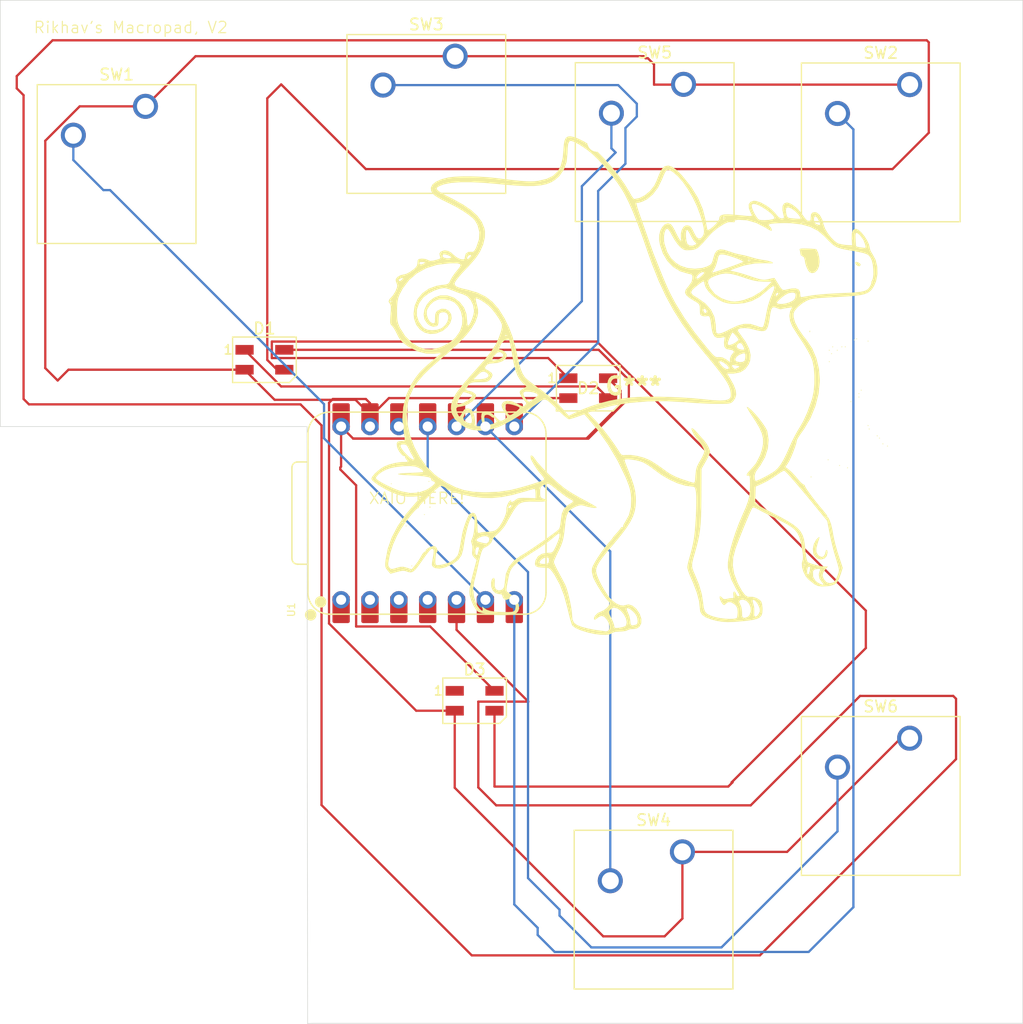
<source format=kicad_pcb>
(kicad_pcb (version 20240108) (generator "pcbnew") (generator_version "8.0")
  (layers (0 "F.Cu" signal) (31 "B.Cu" signal) (34 "B.Paste" user) (35 "F.Paste" user) (36 "B.SilkS" user "B.Silkscreen") (37 "F.SilkS" user "F.Silkscreen") (38 "B.Mask" user) (39 "F.Mask" user) (44 "Edge.Cuts" user))
  (net 0 "")
  (net 1 "Net-(D1-DOUT)")
  (net 2 "GND")
  (net 3 "+5V")
  (net 4 "Net-(D1-DIN)")
  (net 5 "Net-(D2-DOUT)")
  (net 7 "Net-(U1-GPIO7{slash}SCL)")
  (net 8 "Net-(U1-GPIO0{slash}TX)")
  (net 9 "Net-(U1-GPIO1{slash}RX)")
  (net 10 "Net-(U1-GPIO2{slash}SCK)")
  (net 11 "Net-(U1-GPIO4{slash}MISO)")
  (net 12 "Net-(U1-GPIO3{slash}MOSI)")
  (footprint "LED_SMD:LED_SK6812MINI_PLCC4_3.5x3.5mm_P1.75mm" (layer "F.Cu") (at 180.75 99.125)
    (property "Reference" "D1" (at 0 -2.75 0) (layer "F.SilkS"))
    (property "Value" "SK6812MINI")
    (fp_text user "1" (at -3.2 -0.875 0) (layer "F.SilkS") (effects (font (size 0.8 0.8))))
    (pad "1" smd rect (at -1.75 -0.875) (size 1.6 0.85) (layers "F.Cu" "F.Paste" "F.Mask") (net 1 "Net-(D1-DOUT)"))
    (pad "2" smd rect (at -1.75 0.875) (size 1.6 0.85) (layers "F.Cu" "F.Paste" "F.Mask") (net 2 "GND"))
    (pad "3" smd rect (at 1.75 0.875) (size 1.6 0.85) (layers "F.Cu" "F.Paste" "F.Mask") (net 4 "Net-(D1-DIN)"))
    (pad "4" smd rect (at 1.75 -0.875) (size 1.6 0.85) (layers "F.Cu" "F.Paste" "F.Mask") (net 3 "+5V"))
  )
  (footprint "Button_Switch_Keyboard:SW_Cherry_MX_1.00u_PCB" (layer "F.Cu") (at 237.54 74.92)
    (property "Reference" "SW2" (at -2.54 -2.794 0) (layer "F.SilkS"))
    (property "Value" "SW_Push")
    (pad "" np_thru_hole circle (at -7.62 5.08) (size 1.7 1.7) (drill 1.7) (layers "*.Cu" "*.Mask"))
    (pad "" np_thru_hole circle (at -2.54 5.08) (size 4 4) (drill 4) (layers "*.Cu" "*.Mask"))
    (pad "" np_thru_hole circle (at 2.54 5.08) (size 1.7 1.7) (drill 1.7) (layers "*.Cu" "*.Mask"))
    (pad "1" thru_hole circle (at 0 0) (size 2.2 2.2) (drill 1.5) (layers "*.Cu" "*.Mask") (net 2 "GND"))
    (pad "2" thru_hole circle (at -6.35 2.54) (size 2.2 2.2) (drill 1.5) (layers "*.Cu" "*.Mask") (net 8 "Net-(U1-GPIO0{slash}TX)"))
  )
  (footprint "LED_SMD:LED_SK6812MINI_PLCC4_3.5x3.5mm_P1.75mm" (layer "F.Cu") (at 209.25 101.625)
    (property "Reference" "D2" (at 0 0 0) (layer "F.SilkS"))
    (property "Value" "SK6812MINI")
    (fp_text user "1" (at -3.2 -0.875 0) (layer "F.SilkS") (effects (font (size 0.8 0.8))))
    (pad "1" smd rect (at -1.75 -0.875) (size 1.6 0.85) (layers "F.Cu" "F.Paste" "F.Mask") (net 5 "Net-(D2-DOUT)"))
    (pad "2" smd rect (at -1.75 0.875) (size 1.6 0.85) (layers "F.Cu" "F.Paste" "F.Mask") (net 2 "GND"))
    (pad "3" smd rect (at 1.75 0.875) (size 1.6 0.85) (layers "F.Cu" "F.Paste" "F.Mask") (net 1 "Net-(D1-DOUT)"))
    (pad "4" smd rect (at 1.75 -0.875) (size 1.6 0.85) (layers "F.Cu" "F.Paste" "F.Mask") (net 3 "+5V"))
  )
  (footprint "Button_Switch_Keyboard:SW_Cherry_MX_1.00u_PCB" (layer "F.Cu") (at 170.28 76.83)
    (property "Reference" "SW1" (at -2.54 -2.794 0) (layer "F.SilkS"))
    (property "Value" "SW_Push")
    (pad "" np_thru_hole circle (at -7.62 5.08) (size 1.7 1.7) (drill 1.7) (layers "*.Cu" "*.Mask"))
    (pad "" np_thru_hole circle (at -2.54 5.08) (size 4 4) (drill 4) (layers "*.Cu" "*.Mask"))
    (pad "" np_thru_hole circle (at 2.54 5.08) (size 1.7 1.7) (drill 1.7) (layers "*.Cu" "*.Mask"))
    (pad "1" thru_hole circle (at 0 0) (size 2.2 2.2) (drill 1.5) (layers "*.Cu" "*.Mask") (net 2 "GND"))
    (pad "2" thru_hole circle (at -6.35 2.54) (size 2.2 2.2) (drill 1.5) (layers "*.Cu" "*.Mask") (net 7 "Net-(U1-GPIO7{slash}SCL)"))
  )
  (footprint "Button_Switch_Keyboard:SW_Cherry_MX_1.00u_PCB" (layer "F.Cu") (at 197.54 72.42)
    (property "Reference" "SW3" (at -2.54 -2.794 0) (layer "F.SilkS"))
    (property "Value" "SW_Push")
    (pad "" np_thru_hole circle (at -7.62 5.08) (size 1.7 1.7) (drill 1.7) (layers "*.Cu" "*.Mask"))
    (pad "" np_thru_hole circle (at -2.54 5.08) (size 4 4) (drill 4) (layers "*.Cu" "*.Mask"))
    (pad "" np_thru_hole circle (at 2.54 5.08) (size 1.7 1.7) (drill 1.7) (layers "*.Cu" "*.Mask"))
    (pad "1" thru_hole circle (at 0 0) (size 2.2 2.2) (drill 1.5) (layers "*.Cu" "*.Mask") (net 2 "GND"))
    (pad "2" thru_hole circle (at -6.35 2.54) (size 2.2 2.2) (drill 1.5) (layers "*.Cu" "*.Mask") (net 9 "Net-(U1-GPIO1{slash}RX)"))
  )
  (footprint "LED_SMD:LED_SK6812MINI_PLCC4_3.5x3.5mm_P1.75mm" (layer "F.Cu") (at 199.25 129.125)
    (property "Reference" "D3" (at 0 -2.75 0) (layer "F.SilkS"))
    (property "Value" "SK6812MINI")
    (fp_text user "1" (at -3.2 -0.875 0) (layer "F.SilkS") (effects (font (size 0.8 0.8))))
    (pad "1" smd rect (at -1.75 -0.875) (size 1.6 0.85) (layers "F.Cu" "F.Paste" "F.Mask"))
    (pad "2" smd rect (at -1.75 0.875) (size 1.6 0.85) (layers "F.Cu" "F.Paste" "F.Mask") (net 2 "GND"))
    (pad "3" smd rect (at 1.75 0.875) (size 1.6 0.85) (layers "F.Cu" "F.Paste" "F.Mask") (net 5 "Net-(D2-DOUT)"))
    (pad "4" smd rect (at 1.75 -0.875) (size 1.6 0.85) (layers "F.Cu" "F.Paste" "F.Mask") (net 3 "+5V"))
  )
  (footprint "LOGO" (layer "F.Cu") (at 213.25 101.45)
    (property "Reference" "G***" (at 0 0 0) (layer "F.SilkS") (effects (font (size 1.5 1.5) (thickness 0.3))))
    (property "Value" "LOGO" (hide yes))
  )
  (footprint "Button_Switch_Keyboard:SW_Cherry_MX_1.00u_PCB" (layer "F.Cu") (at 237.54 132.42)
    (property "Reference" "SW6" (at -2.54 -2.794 0) (layer "F.SilkS"))
    (property "Value" "SW_Push")
    (pad "" np_thru_hole circle (at -7.62 5.08) (size 1.7 1.7) (drill 1.7) (layers "*.Cu" "*.Mask"))
    (pad "" np_thru_hole circle (at -2.54 5.08) (size 4 4) (drill 4) (layers "*.Cu" "*.Mask"))
    (pad "" np_thru_hole circle (at 2.54 5.08) (size 1.7 1.7) (drill 1.7) (layers "*.Cu" "*.Mask"))
    (pad "1" thru_hole circle (at 0 0) (size 2.2 2.2) (drill 1.5) (layers "*.Cu" "*.Mask") (net 2 "GND"))
    (pad "2" thru_hole circle (at -6.35 2.54) (size 2.2 2.2) (drill 1.5) (layers "*.Cu" "*.Mask") (net 12 "Net-(U1-GPIO3{slash}MOSI)"))
  )
  (footprint "Button_Switch_Keyboard:SW_Cherry_MX_1.00u_PCB" (layer "F.Cu") (at 217.64 74.895)
    (property "Reference" "SW5" (at -2.54 -2.794 0) (layer "F.SilkS"))
    (property "Value" "SW_Push")
    (pad "" np_thru_hole circle (at -7.62 5.08) (size 1.7 1.7) (drill 1.7) (layers "*.Cu" "*.Mask"))
    (pad "" np_thru_hole circle (at -2.54 5.08) (size 4 4) (drill 4) (layers "*.Cu" "*.Mask"))
    (pad "" np_thru_hole circle (at 2.54 5.08) (size 1.7 1.7) (drill 1.7) (layers "*.Cu" "*.Mask"))
    (pad "1" thru_hole circle (at 0 0) (size 2.2 2.2) (drill 1.5) (layers "*.Cu" "*.Mask") (net 2 "GND"))
    (pad "2" thru_hole circle (at -6.35 2.54) (size 2.2 2.2) (drill 1.5) (layers "*.Cu" "*.Mask") (net 11 "Net-(U1-GPIO4{slash}MISO)"))
  )
  (footprint "OPL:XIAO-RP2040-DIP" (layer "F.Cu") (at 195.12 112.62 90)
    (property "Reference" "U1" (at -8.5 -12 90) (layer "F.SilkS") (effects (font (size 0.635 0.635) (thickness 0.1016))))
    (property "Value" "XIAO-RP2040-DIP")
    (pad "1" smd roundrect (at -8.455 -7.62 270) (size 2.432 1.524) (layers "F.Cu" "F.Mask") (roundrect_rratio 0.1))
    (pad "1" thru_hole circle (at -7.62 -7.62 270) (size 1.524 1.524) (drill 0.889) (layers "*.Cu" "*.Mask"))
    (pad "2" smd roundrect (at -8.455 -5.08 270) (size 2.432 1.524) (layers "F.Cu" "F.Mask") (roundrect_rratio 0.1))
    (pad "2" thru_hole circle (at -7.62 -5.08 270) (size 1.524 1.524) (drill 0.889) (layers "*.Cu" "*.Mask"))
    (pad "3" smd roundrect (at -8.455 -2.54 270) (size 2.432 1.524) (layers "F.Cu" "F.Mask") (roundrect_rratio 0.1))
    (pad "3" thru_hole circle (at -7.62 -2.54 270) (size 1.524 1.524) (drill 0.889) (layers "*.Cu" "*.Mask"))
    (pad "4" smd roundrect (at -8.455 0 270) (size 2.432 1.524) (layers "F.Cu" "F.Mask") (roundrect_rratio 0.1))
    (pad "4" thru_hole circle (at -7.62 0 270) (size 1.524 1.524) (drill 0.889) (layers "*.Cu" "*.Mask"))
    (pad "5" smd roundrect (at -8.455 2.54 270) (size 2.432 1.524) (layers "F.Cu" "F.Mask") (roundrect_rratio 0.1) (net 4 "Net-(D1-DIN)"))
    (pad "5" thru_hole circle (at -7.62 2.54 270) (size 1.524 1.524) (drill 0.889) (layers "*.Cu" "*.Mask") (net 4 "Net-(D1-DIN)"))
    (pad "6" smd roundrect (at -8.455 5.08 270) (size 2.432 1.524) (layers "F.Cu" "F.Mask") (roundrect_rratio 0.1) (net 7 "Net-(U1-GPIO7{slash}SCL)"))
    (pad "6" thru_hole circle (at -7.62 5.08 270) (size 1.524 1.524) (drill 0.889) (layers "*.Cu" "*.Mask") (net 7 "Net-(U1-GPIO7{slash}SCL)"))
    (pad "7" smd roundrect (at -8.455 7.62 270) (size 2.432 1.524) (layers "F.Cu" "F.Mask") (roundrect_rratio 0.1) (net 8 "Net-(U1-GPIO0{slash}TX)"))
    (pad "7" thru_hole circle (at -7.62 7.62 270) (size 1.524 1.524) (drill 0.889) (layers "*.Cu" "*.Mask") (net 8 "Net-(U1-GPIO0{slash}TX)"))
    (pad "8" thru_hole circle (at 7.62 7.62 90) (size 1.524 1.524) (drill 0.889) (layers "*.Cu" "*.Mask") (net 9 "Net-(U1-GPIO1{slash}RX)"))
    (pad "8" smd roundrect (at 8.455 7.62 90) (size 2.432 1.524) (layers "F.Cu" "F.Mask") (roundrect_rratio 0.1) (net 9 "Net-(U1-GPIO1{slash}RX)"))
    (pad "9" thru_hole circle (at 7.62 5.08 90) (size 1.524 1.524) (drill 0.889) (layers "*.Cu" "*.Mask") (net 10 "Net-(U1-GPIO2{slash}SCK)"))
    (pad "9" smd roundrect (at 8.455 5.08 90) (size 2.432 1.524) (layers "F.Cu" "F.Mask") (roundrect_rratio 0.1) (net 10 "Net-(U1-GPIO2{slash}SCK)"))
    (pad "10" thru_hole circle (at 7.62 2.54 90) (size 1.524 1.524) (drill 0.889) (layers "*.Cu" "*.Mask") (net 11 "Net-(U1-GPIO4{slash}MISO)"))
    (pad "10" smd roundrect (at 8.455 2.54 90) (size 2.432 1.524) (layers "F.Cu" "F.Mask") (roundrect_rratio 0.1) (net 11 "Net-(U1-GPIO4{slash}MISO)"))
    (pad "11" thru_hole circle (at 7.62 0 90) (size 1.524 1.524) (drill 0.889) (layers "*.Cu" "*.Mask") (net 12 "Net-(U1-GPIO3{slash}MOSI)"))
    (pad "11" smd roundrect (at 8.455 0 90) (size 2.432 1.524) (layers "F.Cu" "F.Mask") (roundrect_rratio 0.1) (net 12 "Net-(U1-GPIO3{slash}MOSI)"))
    (pad "12" thru_hole circle (at 7.62 -2.54 90) (size 1.524 1.524) (drill 0.889) (layers "*.Cu" "*.Mask"))
    (pad "12" smd roundrect (at 8.455 -2.54 90) (size 2.432 1.524) (layers "F.Cu" "F.Mask") (roundrect_rratio 0.1))
    (pad "13" thru_hole circle (at 7.62 -5.08 90) (size 1.524 1.524) (drill 0.889) (layers "*.Cu" "*.Mask") (net 2 "GND"))
    (pad "13" smd roundrect (at 8.455 -5.08 90) (size 2.432 1.524) (layers "F.Cu" "F.Mask") (roundrect_rratio 0.1) (net 2 "GND"))
    (pad "14" thru_hole circle (at 7.62 -7.62 90) (size 1.524 1.524) (drill 0.889) (layers "*.Cu" "*.Mask") (net 3 "+5V"))
    (pad "14" smd roundrect (at 8.455 -7.62 90) (size 2.432 1.524) (layers "F.Cu" "F.Mask") (roundrect_rratio 0.1) (net 3 "+5V"))
  )
  (footprint "Button_Switch_Keyboard:SW_Cherry_MX_1.00u_PCB" (layer "F.Cu") (at 217.54 142.42)
    (property "Reference" "SW4" (at -2.54 -2.794 0) (layer "F.SilkS"))
    (property "Value" "SW_Push")
    (pad "" np_thru_hole circle (at -7.62 5.08) (size 1.7 1.7) (drill 1.7) (layers "*.Cu" "*.Mask"))
    (pad "" np_thru_hole circle (at -2.54 5.08) (size 4 4) (drill 4) (layers "*.Cu" "*.Mask"))
    (pad "" np_thru_hole circle (at 2.54 5.08) (size 1.7 1.7) (drill 1.7) (layers "*.Cu" "*.Mask"))
    (pad "1" thru_hole circle (at 0 0) (size 2.2 2.2) (drill 1.5) (layers "*.Cu" "*.Mask") (net 2 "GND"))
    (pad "2" thru_hole circle (at -6.35 2.54) (size 2.2 2.2) (drill 1.5) (layers "*.Cu" "*.Mask") (net 10 "Net-(U1-GPIO2{slash}SCK)"))
  )
  (gr_line (start 157.5 67.5) (end 247.5 67.5) (stroke (width 0.05)) (layer "Edge.Cuts"))
  (gr_line (start 182.5 105) (end 184.5 105) (stroke (width 0.05)) (layer "Edge.Cuts"))
  (gr_line (start 185 157.5) (end 247.5 157.5) (stroke (width 0.05)) (layer "Edge.Cuts"))
  (gr_line (start 157.5 105) (end 157.5 67.5) (stroke (width 0.05)) (layer "Edge.Cuts"))
  (gr_line (start 247.5 67.5) (end 247.5 157.5) (stroke (width 0.05)) (layer "Edge.Cuts"))
  (gr_line (start 184.5 105) (end 184.55 157.525) (stroke (width 0.05)) (layer "Edge.Cuts"))
  (gr_line (start 182.5 105) (end 157.5 105) (stroke (width 0.05)) (layer "Edge.Cuts"))
  (gr_line (start 184.55 157.525) (end 185 157.5) (stroke (width 0.05)) (layer "Edge.Cuts"))
  (gr_text "Rikhav's Macropad, V2\n" (at 160.375 70.475 0) (layer "F.SilkS") (effects (font (size 1 1) (thickness 0.1)) (justify left bottom)))
  (gr_text "XAIO HERE!" (at 189.875 111.9 0) (layer "F.SilkS") (effects (font (size 1 1) (thickness 0.1)) (justify left bottom)))
  (segment (start 209.975 101.475) (end 182.225 101.475) (width 0.2) (layer "F.Cu") (net 1))
  (segment (start 211 102.5) (end 209.975 101.475) (width 0.2) (layer "F.Cu") (net 1))
  (segment (start 179 98.25) (end 179.375 98.25) (width 0.2) (layer "F.Cu") (net 1))
  (segment (start 182.225 101.475) (end 179 98.25) (width 0.2) (layer "F.Cu") (net 1))
  (segment (start 197.5 136.777056) (end 197.5 130) (width 0.2) (layer "F.Cu") (net 2))
  (segment (start 181.649 102.649) (end 188.76663 102.649) (width 0.2) (layer "F.Cu") (net 2))
  (segment (start 215.04 73.14) (end 214.5 72.6) (width 0.2) (layer "F.Cu") (net 2))
  (segment (start 161.46 79.860101) (end 161.46 99.86) (width 0.2) (layer "F.Cu") (net 2))
  (segment (start 214.3 72.6) (end 214.12 72.42) (width 0.2) (layer "F.Cu") (net 2))
  (segment (start 197.54 72.42) (end 174.69 72.42) (width 0.2) (layer "F.Cu") (net 2))
  (segment (start 207.5 102.5) (end 191.705 102.5) (width 0.2) (layer "F.Cu") (net 2))
  (segment (start 188.76663 102.649) (end 190.04 103.92237) (width 0.2) (layer "F.Cu") (net 2))
  (segment (start 190.04 103.92237) (end 190.04 105) (width 0.2) (layer "F.Cu") (net 2))
  (segment (start 186.438 102.909786) (end 186.772786 102.575) (width 0.2) (layer "F.Cu") (net 2))
  (segment (start 217.54 148.283402) (end 215.973402 149.85) (width 0.2) (layer "F.Cu") (net 2))
  (segment (start 162.55 100.95) (end 163.5 100) (width 0.2) (layer "F.Cu") (net 2))
  (segment (start 214.12 72.42) (end 197.54 72.42) (width 0.2) (layer "F.Cu") (net 2))
  (segment (start 186.772786 102.575) (end 189.675 102.575) (width 0.2) (layer "F.Cu") (net 2))
  (segment (start 210.572944 149.85) (end 197.5 136.777056) (width 0.2) (layer "F.Cu") (net 2))
  (segment (start 226.756598 142.42) (end 217.54 142.42) (width 0.2) (layer "F.Cu") (net 2))
  (segment (start 186.438 122.330214) (end 186.438 102.909786) (width 0.2) (layer "F.Cu") (net 2))
  (segment (start 161.46 99.86) (end 162.55 100.95) (width 0.2) (layer "F.Cu") (net 2))
  (segment (start 236.756598 132.42) (end 226.756598 142.42) (width 0.2) (layer "F.Cu") (net 2))
  (segment (start 215.04 74.92) (end 215.04 73.14) (width 0.2) (layer "F.Cu") (net 2))
  (segment (start 197.5 130) (end 194.107786 130) (width 0.2) (layer "F.Cu") (net 2))
  (segment (start 214.5 72.6) (end 214.3 72.6) (width 0.2) (layer "F.Cu") (net 2))
  (segment (start 179 100) (end 181.649 102.649) (width 0.2) (layer "F.Cu") (net 2))
  (segment (start 190.04 102.94) (end 190.04 105) (width 0.2) (layer "F.Cu") (net 2))
  (segment (start 194.107786 130) (end 186.438 122.330214) (width 0.2) (layer "F.Cu") (net 2))
  (segment (start 174.69 72.42) (end 170.28 76.83) (width 0.2) (layer "F.Cu") (net 2))
  (segment (start 237.54 132.42) (end 236.756598 132.42) (width 0.2) (layer "F.Cu") (net 2))
  (segment (start 191.705 102.5) (end 190.04 104.165) (width 0.2) (layer "F.Cu") (net 2))
  (segment (start 217.54 142.42) (end 217.54 148.283402) (width 0.2) (layer "F.Cu") (net 2))
  (segment (start 164.490101 76.83) (end 161.46 79.860101) (width 0.2) (layer "F.Cu") (net 2))
  (segment (start 170.28 76.83) (end 164.490101 76.83) (width 0.2) (layer "F.Cu") (net 2))
  (segment (start 215.973402 149.85) (end 210.572944 149.85) (width 0.2) (layer "F.Cu") (net 2))
  (segment (start 237.54 74.92) (end 215.04 74.92) (width 0.2) (layer "F.Cu") (net 2))
  (segment (start 163.5 100) (end 179 100) (width 0.2) (layer "F.Cu") (net 2))
  (segment (start 189.675 102.575) (end 190.04 102.94) (width 0.2) (layer "F.Cu") (net 2))
  (segment (start 188.822786 122.591) (end 188.822786 110.172786) (width 0.2) (layer "F.Cu") (net 3))
  (segment (start 209.088 106.062) (end 212.1 103.05) (width 0.2) (layer "F.Cu") (net 3))
  (segment (start 188.822786 110.172786) (end 187.425 108.775) (width 0.2) (layer "F.Cu") (net 3))
  (segment (start 195.341 122.591) (end 188.822786 122.591) (width 0.2) (layer "F.Cu") (net 3))
  (segment (start 212.1 101.85) (end 211 100.75) (width 0.2) (layer "F.Cu") (net 3))
  (segment (start 188.562 106.062) (end 209.088 106.062) (width 0.2) (layer "F.Cu") (net 3))
  (segment (start 187.5 105) (end 188.562 106.062) (width 0.2) (layer "F.Cu") (net 3))
  (segment (start 212.825 100.9) (end 210.175 98.25) (width 0.2) (layer "F.Cu") (net 3))
  (segment (start 187.5 108.525) (end 187.5 105) (width 0.2) (layer "F.Cu") (net 3))
  (segment (start 210.175 98.25) (end 182.5 98.25) (width 0.2) (layer "F.Cu") (net 3))
  (segment (start 209.263 106.062) (end 212.825 102.5) (width 0.2) (layer "F.Cu") (net 3))
  (segment (start 188.562 106.062) (end 209.263 106.062) (width 0.2) (layer "F.Cu") (net 3))
  (segment (start 201 128.25) (end 195.341 122.591) (width 0.2) (layer "F.Cu") (net 3))
  (segment (start 212.1 103.05) (end 212.1 101.85) (width 0.2) (layer "F.Cu") (net 3))
  (segment (start 187.425 108.775) (end 187.425 108.6) (width 0.2) (layer "F.Cu") (net 3))
  (segment (start 212.825 102.5) (end 212.825 100.9) (width 0.2) (layer "F.Cu") (net 3))
  (segment (start 187.425 108.6) (end 187.5 108.525) (width 0.2) (layer "F.Cu") (net 3))
  (segment (start 158.95 74.175) (end 158.95 75.25) (width 0.2) (layer "F.Cu") (net 4))
  (segment (start 160.024 103.049) (end 183.924 103.049) (width 0.2) (layer "F.Cu") (net 4))
  (segment (start 241.625 128.95) (end 241.375 128.7) (width 0.2) (layer "F.Cu") (net 4))
  (segment (start 239.225 79.157944) (end 239.225 71.2) (width 0.2) (layer "F.Cu") (net 4))
  (segment (start 181 99.140685) (end 181 76.125) (width 0.2) (layer "F.Cu") (net 4))
  (segment (start 197.66 122.885) (end 197.66 120.24) (width 0.2) (layer "F.Cu") (net 4))
  (segment (start 181.859315 100) (end 181 99.140685) (width 0.2) (layer "F.Cu") (net 4))
  (segment (start 159.55 75.85) (end 159.55 102.575) (width 0.2) (layer "F.Cu") (net 4))
  (segment (start 239.225 71.2) (end 239.045 71.02) (width 0.2) (layer "F.Cu") (net 4))
  (segment (start 199.575 136.75) (end 199.575 129.2) (width 0.2) (layer "F.Cu") (net 4))
  (segment (start 241.625 134.257944) (end 241.625 128.95) (width 0.2) (layer "F.Cu") (net 4))
  (segment (start 241.375 128.7) (end 233.175 128.7) (width 0.2) (layer "F.Cu") (net 4))
  (segment (start 182.5 100) (end 181.859315 100) (width 0.2) (layer "F.Cu") (net 4))
  (segment (start 199 151.525) (end 224.357944 151.525) (width 0.2) (layer "F.Cu") (net 4))
  (segment (start 158.95 75.25) (end 159.55 75.85) (width 0.2) (layer "F.Cu") (net 4))
  (segment (start 224.357944 151.525) (end 241.625 134.257944) (width 0.2) (layer "F.Cu") (net 4))
  (segment (start 223.55 138.325) (end 201.15 138.325) (width 0.2) (layer "F.Cu") (net 4))
  (segment (start 236.032944 82.35) (end 239.225 79.157944) (width 0.2) (layer "F.Cu") (net 4))
  (segment (start 185.775 138.3) (end 199 151.525) (width 0.2) (layer "F.Cu") (net 4))
  (segment (start 239.045 71.02) (end 162.105 71.02) (width 0.2) (layer "F.Cu") (net 4))
  (segment (start 203.975 129.2) (end 197.66 122.885) (width 0.2) (layer "F.Cu") (net 4))
  (segment (start 182.225 74.9) (end 189.675 82.35) (width 0.2) (layer "F.Cu") (net 4))
  (segment (start 233.175 128.7) (end 223.55 138.325) (width 0.2) (layer "F.Cu") (net 4))
  (segment (start 185.775 104.9) (end 185.775 138.3) (width 0.2) (layer "F.Cu") (net 4))
  (segment (start 189.675 82.35) (end 236.032944 82.35) (width 0.2) (layer "F.Cu") (net 4))
  (segment (start 162.105 71.02) (end 158.95 74.175) (width 0.2) (layer "F.Cu") (net 4))
  (segment (start 199.575 129.2) (end 203.975 129.2) (width 0.2) (layer "F.Cu") (net 4))
  (segment (start 183.924 103.049) (end 185.775 104.9) (width 0.2) (layer "F.Cu") (net 4))
  (segment (start 181 76.125) (end 182.225 74.9) (width 0.2) (layer "F.Cu") (net 4))
  (segment (start 201.15 138.325) (end 199.575 136.75) (width 0.2) (layer "F.Cu") (net 4))
  (segment (start 159.55 102.575) (end 160.024 103.049) (width 0.2) (layer "F.Cu") (net 4))
  (segment (start 210.015685 97.525) (end 181.4 97.525) (width 0.2) (layer "F.Cu") (net 5))
  (segment (start 221.575 136.675) (end 221.95 136.3) (width 0.2) (layer "F.Cu") (net 5))
  (segment (start 205.725 98.975) (end 207.5 100.75) (width 0.2) (layer "F.Cu") (net 5))
  (segment (start 181.4 98.975) (end 205.725 98.975) (width 0.2) (layer "F.Cu") (net 5))
  (segment (start 201 136.675) (end 221.575 136.675) (width 0.2) (layer "F.Cu") (net 5))
  (segment (start 233.682843 121.192157) (end 210.015685 97.525) (width 0.2) (layer "F.Cu") (net 5))
  (segment (start 233.682843 124.492157) (end 233.682843 121.192157) (width 0.2) (layer "F.Cu") (net 5))
  (segment (start 221.875 136.3) (end 233.682843 124.492157) (width 0.2) (layer "F.Cu") (net 5))
  (segment (start 181.4 97.525) (end 181.4 98.975) (width 0.2) (layer "F.Cu") (net 5))
  (segment (start 221.875 136.3) (end 221.95 136.3) (width 0.2) (layer "F.Cu") (net 5))
  (segment (start 201 130) (end 201 136.675) (width 0.2) (layer "F.Cu") (net 5))
  (segment (start 200.2 120.24) (end 186 106.04) (width 0.2) (layer "B.Cu") (net 7))
  (segment (start 186 103.034314) (end 167.165686 84.2) (width 0.2) (layer "B.Cu") (net 7))
  (segment (start 186 106.04) (end 186 103.034314) (width 0.2) (layer "B.Cu") (net 7))
  (segment (start 163.93 81.555) (end 163.93 79.37) (width 0.2) (layer "B.Cu") (net 7))
  (segment (start 166.575 84.2) (end 163.93 81.555) (width 0.2) (layer "B.Cu") (net 7))
  (segment (start 167.165686 84.2) (end 166.575 84.2) (width 0.2) (layer "B.Cu") (net 7))
  (segment (start 204.8 149.1) (end 202.74 147.04) (width 0.2) (layer "B.Cu") (net 8))
  (segment (start 204.8 149.725) (end 204.8 149.1) (width 0.2) (layer "B.Cu") (net 8))
  (segment (start 231.19 77.46) (end 232.59 78.86) (width 0.2) (layer "B.Cu") (net 8))
  (segment (start 232.59 147.285) (end 228.65 151.225) (width 0.2) (layer "B.Cu") (net 8))
  (segment (start 202.74 147.04) (end 202.74 120.24) (width 0.2) (layer "B.Cu") (net 8))
  (segment (start 232.59 78.86) (end 232.59 147.285) (width 0.2) (layer "B.Cu") (net 8))
  (segment (start 206.3 151.225) (end 204.8 149.725) (width 0.2) (layer "B.Cu") (net 8))
  (segment (start 228.65 151.225) (end 206.3 151.225) (width 0.2) (layer "B.Cu") (net 8))
  (segment (start 191.19 74.96) (end 211.885 74.96) (width 0.2) (layer "B.Cu") (net 9))
  (segment (start 212.525 81.875) (end 210.125 84.275) (width 0.2) (layer "B.Cu") (net 9))
  (segment (start 212.525 78.733314) (end 212.525 81.875) (width 0.2) (layer "B.Cu") (net 9))
  (segment (start 210.125 97.615) (end 202.74 105) (width 0.2) (layer "B.Cu") (net 9))
  (segment (start 213.526943 77.731371) (end 212.525 78.733314) (width 0.2) (layer "B.Cu") (net 9))
  (segment (start 213.526943 76.601943) (end 213.526943 77.731371) (width 0.2) (layer "B.Cu") (net 9))
  (segment (start 211.885 74.96) (end 213.526943 76.601943) (width 0.2) (layer "B.Cu") (net 9))
  (segment (start 210.125 84.275) (end 210.125 97.615) (width 0.2) (layer "B.Cu") (net 9))
  (segment (start 211.18 144.95) (end 210.875 144.95) (width 0.2) (layer "B.Cu") (net 10))
  (segment (start 200.2 105) (end 211.19 115.99) (width 0.2) (layer "B.Cu") (net 10))
  (segment (start 211.19 115.99) (end 211.19 144.96) (width 0.2) (layer "B.Cu") (net 10))
  (segment (start 211.19 144.96) (end 211.18 144.95) (width 0.2) (layer "B.Cu") (net 10))
  (segment (start 211.658913 80.890039) (end 211.29 80.521126) (width 0.2) (layer "B.Cu") (net 11))
  (segment (start 208.69 83.858952) (end 208.69 93.97) (width 0.2) (layer "B.Cu") (net 11))
  (segment (start 208.69 93.97) (end 197.66 105) (width 0.2) (layer "B.Cu") (net 11))
  (segment (start 211.658913 80.890039) (end 208.69 83.858952) (width 0.2) (layer "B.Cu") (net 11))
  (segment (start 211.29 80.521126) (end 211.29 77.435) (width 0.2) (layer "B.Cu") (net 11))
  (segment (start 206.725 147.5) (end 203.95 144.725) (width 0.2) (layer "B.Cu") (net 12))
  (segment (start 203.95 144.725) (end 203.95 117.8) (width 0.2) (layer "B.Cu") (net 12))
  (segment (start 209.525 150.825) (end 206.725 148.025) (width 0.2) (layer "B.Cu") (net 12))
  (segment (start 206.725 148.025) (end 206.725 147.5) (width 0.2) (layer "B.Cu") (net 12))
  (segment (start 231.19 140.61) (end 220.975 150.825) (width 0.2) (layer "B.Cu") (net 12))
  (segment (start 220.975 150.825) (end 209.525 150.825) (width 0.2) (layer "B.Cu") (net 12))
  (segment (start 203.95 117.8) (end 195.12 108.97) (width 0.2) (layer "B.Cu") (net 12))
  (segment (start 231.19 134.96) (end 231.19 140.61) (width 0.2) (layer "B.Cu") (net 12))
  (segment (start 195.12 108.97) (end 195.12 105) (width 0.2) (layer "B.Cu") (net 12))
)
</source>
